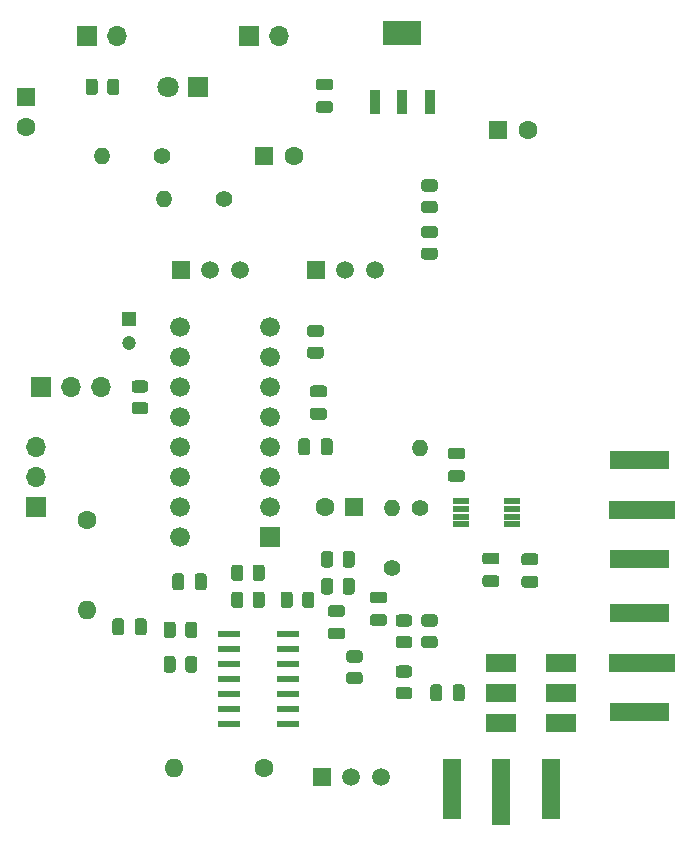
<source format=gbr>
%TF.GenerationSoftware,KiCad,Pcbnew,(5.1.8)-1*%
%TF.CreationDate,2021-04-12T08:25:30-07:00*%
%TF.ProjectId,coffee-spring21,636f6666-6565-42d7-9370-72696e673231,rev?*%
%TF.SameCoordinates,Original*%
%TF.FileFunction,Soldermask,Top*%
%TF.FilePolarity,Negative*%
%FSLAX46Y46*%
G04 Gerber Fmt 4.6, Leading zero omitted, Abs format (unit mm)*
G04 Created by KiCad (PCBNEW (5.1.8)-1) date 2021-04-12 08:25:30*
%MOMM*%
%LPD*%
G01*
G04 APERTURE LIST*
%ADD10R,1.700000X1.700000*%
%ADD11O,1.700000X1.700000*%
%ADD12R,1.600000X1.600000*%
%ADD13C,1.600000*%
%ADD14R,1.200000X1.200000*%
%ADD15C,1.200000*%
%ADD16R,1.800000X1.800000*%
%ADD17C,1.800000*%
%ADD18C,1.676400*%
%ADD19R,1.676400X1.676400*%
%ADD20C,1.508000*%
%ADD21R,1.508000X1.508000*%
%ADD22R,3.250000X2.150000*%
%ADD23R,0.950000X2.150000*%
%ADD24R,1.420000X0.470000*%
%ADD25R,1.981200X0.533400*%
%ADD26R,2.500000X1.600000*%
%ADD27R,5.600000X1.500000*%
%ADD28R,1.600000X2.500000*%
%ADD29R,1.500000X5.600000*%
%ADD30R,2.540000X1.650000*%
%ADD31C,1.400000*%
%ADD32O,1.400000X1.400000*%
%ADD33O,1.600000X1.600000*%
G04 APERTURE END LIST*
%TO.C,C12*%
G36*
G01*
X165956000Y-102862000D02*
X165006000Y-102862000D01*
G75*
G02*
X164756000Y-102612000I0J250000D01*
G01*
X164756000Y-102112000D01*
G75*
G02*
X165006000Y-101862000I250000J0D01*
G01*
X165956000Y-101862000D01*
G75*
G02*
X166206000Y-102112000I0J-250000D01*
G01*
X166206000Y-102612000D01*
G75*
G02*
X165956000Y-102862000I-250000J0D01*
G01*
G37*
G36*
G01*
X165956000Y-100962000D02*
X165006000Y-100962000D01*
G75*
G02*
X164756000Y-100712000I0J250000D01*
G01*
X164756000Y-100212000D01*
G75*
G02*
X165006000Y-99962000I250000J0D01*
G01*
X165956000Y-99962000D01*
G75*
G02*
X166206000Y-100212000I0J-250000D01*
G01*
X166206000Y-100712000D01*
G75*
G02*
X165956000Y-100962000I-250000J0D01*
G01*
G37*
%TD*%
%TO.C,R1*%
G36*
G01*
X127861000Y-60902001D02*
X127861000Y-60001999D01*
G75*
G02*
X128110999Y-59752000I249999J0D01*
G01*
X128636001Y-59752000D01*
G75*
G02*
X128886000Y-60001999I0J-249999D01*
G01*
X128886000Y-60902001D01*
G75*
G02*
X128636001Y-61152000I-249999J0D01*
G01*
X128110999Y-61152000D01*
G75*
G02*
X127861000Y-60902001I0J249999D01*
G01*
G37*
G36*
G01*
X129686000Y-60902001D02*
X129686000Y-60001999D01*
G75*
G02*
X129935999Y-59752000I249999J0D01*
G01*
X130461001Y-59752000D01*
G75*
G02*
X130711000Y-60001999I0J-249999D01*
G01*
X130711000Y-60902001D01*
G75*
G02*
X130461001Y-61152000I-249999J0D01*
G01*
X129935999Y-61152000D01*
G75*
G02*
X129686000Y-60902001I0J249999D01*
G01*
G37*
%TD*%
D10*
%TO.C,BT1*%
X128016000Y-56134000D03*
D11*
X130556000Y-56134000D03*
%TD*%
%TO.C,BT2*%
X144272000Y-56134000D03*
D10*
X141732000Y-56134000D03*
%TD*%
%TO.C,C9*%
G36*
G01*
X147099000Y-87638000D02*
X148049000Y-87638000D01*
G75*
G02*
X148299000Y-87888000I0J-250000D01*
G01*
X148299000Y-88388000D01*
G75*
G02*
X148049000Y-88638000I-250000J0D01*
G01*
X147099000Y-88638000D01*
G75*
G02*
X146849000Y-88388000I0J250000D01*
G01*
X146849000Y-87888000D01*
G75*
G02*
X147099000Y-87638000I250000J0D01*
G01*
G37*
G36*
G01*
X147099000Y-85738000D02*
X148049000Y-85738000D01*
G75*
G02*
X148299000Y-85988000I0J-250000D01*
G01*
X148299000Y-86488000D01*
G75*
G02*
X148049000Y-86738000I-250000J0D01*
G01*
X147099000Y-86738000D01*
G75*
G02*
X146849000Y-86488000I0J250000D01*
G01*
X146849000Y-85988000D01*
G75*
G02*
X147099000Y-85738000I250000J0D01*
G01*
G37*
%TD*%
D12*
%TO.C,C5*%
X143002000Y-66294000D03*
D13*
X145502000Y-66294000D03*
%TD*%
%TO.C,C7*%
X148122000Y-96012000D03*
D12*
X150622000Y-96012000D03*
%TD*%
D14*
%TO.C,C13*%
X131572000Y-80137000D03*
D15*
X131572000Y-82137000D03*
%TD*%
D16*
%TO.C,D1*%
X137414000Y-60452000D03*
D17*
X134874000Y-60452000D03*
%TD*%
D12*
%TO.C,C8*%
X122809000Y-61341000D03*
D13*
X122809000Y-63841000D03*
%TD*%
D18*
%TO.C,G1*%
X135890000Y-98552000D03*
X135890000Y-96012000D03*
X135890000Y-93472000D03*
X135890000Y-90932000D03*
X135890000Y-88392000D03*
X135890000Y-85852000D03*
X135890000Y-83312000D03*
X135890000Y-80772000D03*
X143510000Y-80772000D03*
X143510000Y-83312000D03*
X143510000Y-85852000D03*
X143510000Y-88392000D03*
X143510000Y-90932000D03*
X143510000Y-93472000D03*
X143510000Y-96012000D03*
D19*
X143510000Y-98552000D03*
%TD*%
D20*
%TO.C,RV2*%
X140930000Y-75946000D03*
X138430000Y-75946000D03*
D21*
X135930000Y-75946000D03*
%TD*%
%TO.C,RV3*%
X147360000Y-75946000D03*
D20*
X149860000Y-75946000D03*
X152360000Y-75946000D03*
%TD*%
D22*
%TO.C,VR1*%
X154686000Y-55901000D03*
D23*
X156986000Y-61701000D03*
X154686000Y-61701000D03*
X152386000Y-61701000D03*
%TD*%
%TO.C,C11*%
G36*
G01*
X162654000Y-100896000D02*
X161704000Y-100896000D01*
G75*
G02*
X161454000Y-100646000I0J250000D01*
G01*
X161454000Y-100146000D01*
G75*
G02*
X161704000Y-99896000I250000J0D01*
G01*
X162654000Y-99896000D01*
G75*
G02*
X162904000Y-100146000I0J-250000D01*
G01*
X162904000Y-100646000D01*
G75*
G02*
X162654000Y-100896000I-250000J0D01*
G01*
G37*
G36*
G01*
X162654000Y-102796000D02*
X161704000Y-102796000D01*
G75*
G02*
X161454000Y-102546000I0J250000D01*
G01*
X161454000Y-102046000D01*
G75*
G02*
X161704000Y-101796000I250000J0D01*
G01*
X162654000Y-101796000D01*
G75*
G02*
X162904000Y-102046000I0J-250000D01*
G01*
X162904000Y-102546000D01*
G75*
G02*
X162654000Y-102796000I-250000J0D01*
G01*
G37*
%TD*%
D24*
%TO.C,U1*%
X159633000Y-95545000D03*
X159633000Y-96195000D03*
X159633000Y-96845000D03*
X159633000Y-97495000D03*
X163963000Y-97495000D03*
X163963000Y-96845000D03*
X163963000Y-96195000D03*
X163963000Y-95545000D03*
%TD*%
%TO.C,C2*%
G36*
G01*
X147607000Y-59764000D02*
X148557000Y-59764000D01*
G75*
G02*
X148807000Y-60014000I0J-250000D01*
G01*
X148807000Y-60514000D01*
G75*
G02*
X148557000Y-60764000I-250000J0D01*
G01*
X147607000Y-60764000D01*
G75*
G02*
X147357000Y-60514000I0J250000D01*
G01*
X147357000Y-60014000D01*
G75*
G02*
X147607000Y-59764000I250000J0D01*
G01*
G37*
G36*
G01*
X147607000Y-61664000D02*
X148557000Y-61664000D01*
G75*
G02*
X148807000Y-61914000I0J-250000D01*
G01*
X148807000Y-62414000D01*
G75*
G02*
X148557000Y-62664000I-250000J0D01*
G01*
X147607000Y-62664000D01*
G75*
G02*
X147357000Y-62414000I0J250000D01*
G01*
X147357000Y-61914000D01*
G75*
G02*
X147607000Y-61664000I250000J0D01*
G01*
G37*
%TD*%
D13*
%TO.C,C3*%
X165314000Y-64135000D03*
D12*
X162814000Y-64135000D03*
%TD*%
%TO.C,C6*%
G36*
G01*
X159733000Y-93906000D02*
X158783000Y-93906000D01*
G75*
G02*
X158533000Y-93656000I0J250000D01*
G01*
X158533000Y-93156000D01*
G75*
G02*
X158783000Y-92906000I250000J0D01*
G01*
X159733000Y-92906000D01*
G75*
G02*
X159983000Y-93156000I0J-250000D01*
G01*
X159983000Y-93656000D01*
G75*
G02*
X159733000Y-93906000I-250000J0D01*
G01*
G37*
G36*
G01*
X159733000Y-92006000D02*
X158783000Y-92006000D01*
G75*
G02*
X158533000Y-91756000I0J250000D01*
G01*
X158533000Y-91256000D01*
G75*
G02*
X158783000Y-91006000I250000J0D01*
G01*
X159733000Y-91006000D01*
G75*
G02*
X159983000Y-91256000I0J-250000D01*
G01*
X159983000Y-91756000D01*
G75*
G02*
X159733000Y-92006000I-250000J0D01*
G01*
G37*
%TD*%
%TO.C,C10*%
G36*
G01*
X146870000Y-90457000D02*
X146870000Y-91407000D01*
G75*
G02*
X146620000Y-91657000I-250000J0D01*
G01*
X146120000Y-91657000D01*
G75*
G02*
X145870000Y-91407000I0J250000D01*
G01*
X145870000Y-90457000D01*
G75*
G02*
X146120000Y-90207000I250000J0D01*
G01*
X146620000Y-90207000D01*
G75*
G02*
X146870000Y-90457000I0J-250000D01*
G01*
G37*
G36*
G01*
X148770000Y-90457000D02*
X148770000Y-91407000D01*
G75*
G02*
X148520000Y-91657000I-250000J0D01*
G01*
X148020000Y-91657000D01*
G75*
G02*
X147770000Y-91407000I0J250000D01*
G01*
X147770000Y-90457000D01*
G75*
G02*
X148020000Y-90207000I250000J0D01*
G01*
X148520000Y-90207000D01*
G75*
G02*
X148770000Y-90457000I0J-250000D01*
G01*
G37*
%TD*%
%TO.C,R5*%
G36*
G01*
X157422001Y-69323000D02*
X156521999Y-69323000D01*
G75*
G02*
X156272000Y-69073001I0J249999D01*
G01*
X156272000Y-68547999D01*
G75*
G02*
X156521999Y-68298000I249999J0D01*
G01*
X157422001Y-68298000D01*
G75*
G02*
X157672000Y-68547999I0J-249999D01*
G01*
X157672000Y-69073001D01*
G75*
G02*
X157422001Y-69323000I-249999J0D01*
G01*
G37*
G36*
G01*
X157422001Y-71148000D02*
X156521999Y-71148000D01*
G75*
G02*
X156272000Y-70898001I0J249999D01*
G01*
X156272000Y-70372999D01*
G75*
G02*
X156521999Y-70123000I249999J0D01*
G01*
X157422001Y-70123000D01*
G75*
G02*
X157672000Y-70372999I0J-249999D01*
G01*
X157672000Y-70898001D01*
G75*
G02*
X157422001Y-71148000I-249999J0D01*
G01*
G37*
%TD*%
%TO.C,R6*%
G36*
G01*
X157422001Y-73260000D02*
X156521999Y-73260000D01*
G75*
G02*
X156272000Y-73010001I0J249999D01*
G01*
X156272000Y-72484999D01*
G75*
G02*
X156521999Y-72235000I249999J0D01*
G01*
X157422001Y-72235000D01*
G75*
G02*
X157672000Y-72484999I0J-249999D01*
G01*
X157672000Y-73010001D01*
G75*
G02*
X157422001Y-73260000I-249999J0D01*
G01*
G37*
G36*
G01*
X157422001Y-75085000D02*
X156521999Y-75085000D01*
G75*
G02*
X156272000Y-74835001I0J249999D01*
G01*
X156272000Y-74309999D01*
G75*
G02*
X156521999Y-74060000I249999J0D01*
G01*
X157422001Y-74060000D01*
G75*
G02*
X157672000Y-74309999I0J-249999D01*
G01*
X157672000Y-74835001D01*
G75*
G02*
X157422001Y-75085000I-249999J0D01*
G01*
G37*
%TD*%
%TO.C,R14*%
G36*
G01*
X147770001Y-83467000D02*
X146869999Y-83467000D01*
G75*
G02*
X146620000Y-83217001I0J249999D01*
G01*
X146620000Y-82691999D01*
G75*
G02*
X146869999Y-82442000I249999J0D01*
G01*
X147770001Y-82442000D01*
G75*
G02*
X148020000Y-82691999I0J-249999D01*
G01*
X148020000Y-83217001D01*
G75*
G02*
X147770001Y-83467000I-249999J0D01*
G01*
G37*
G36*
G01*
X147770001Y-81642000D02*
X146869999Y-81642000D01*
G75*
G02*
X146620000Y-81392001I0J249999D01*
G01*
X146620000Y-80866999D01*
G75*
G02*
X146869999Y-80617000I249999J0D01*
G01*
X147770001Y-80617000D01*
G75*
G02*
X148020000Y-80866999I0J-249999D01*
G01*
X148020000Y-81392001D01*
G75*
G02*
X147770001Y-81642000I-249999J0D01*
G01*
G37*
%TD*%
D10*
%TO.C,SW1*%
X124079000Y-85852000D03*
D11*
X126619000Y-85852000D03*
X129159000Y-85852000D03*
%TD*%
D25*
%TO.C,U2*%
X140030200Y-114427000D03*
X140030200Y-113157000D03*
X140030200Y-111887000D03*
X140030200Y-110617000D03*
X140030200Y-109347000D03*
X140030200Y-108077000D03*
X140030200Y-106807000D03*
X144957800Y-106807000D03*
X144957800Y-108077000D03*
X144957800Y-109347000D03*
X144957800Y-110617000D03*
X144957800Y-111887000D03*
X144957800Y-113157000D03*
X144957800Y-114427000D03*
%TD*%
D26*
%TO.C,U5*%
X173506000Y-92066000D03*
D27*
X175006000Y-96266000D03*
D26*
X176006000Y-92066000D03*
X173506000Y-100466000D03*
X176006000Y-100466000D03*
%TD*%
D28*
%TO.C,U6*%
X158868000Y-121142000D03*
X158868000Y-118642000D03*
X167268000Y-121142000D03*
D29*
X163068000Y-120142000D03*
D28*
X167268000Y-118642000D03*
%TD*%
D30*
%TO.C,U9*%
X163068000Y-109223000D03*
X163068000Y-111763000D03*
X163068000Y-114303000D03*
X168148000Y-109223000D03*
X168148000Y-111763000D03*
X168148000Y-114303000D03*
%TD*%
D26*
%TO.C,U11*%
X173506000Y-105020000D03*
D27*
X175006000Y-109220000D03*
D26*
X176006000Y-105020000D03*
X173506000Y-113420000D03*
X176006000Y-113420000D03*
%TD*%
%TO.C,C4*%
G36*
G01*
X158946000Y-112235000D02*
X158946000Y-111285000D01*
G75*
G02*
X159196000Y-111035000I250000J0D01*
G01*
X159696000Y-111035000D01*
G75*
G02*
X159946000Y-111285000I0J-250000D01*
G01*
X159946000Y-112235000D01*
G75*
G02*
X159696000Y-112485000I-250000J0D01*
G01*
X159196000Y-112485000D01*
G75*
G02*
X158946000Y-112235000I0J250000D01*
G01*
G37*
G36*
G01*
X157046000Y-112235000D02*
X157046000Y-111285000D01*
G75*
G02*
X157296000Y-111035000I250000J0D01*
G01*
X157796000Y-111035000D01*
G75*
G02*
X158046000Y-111285000I0J-250000D01*
G01*
X158046000Y-112235000D01*
G75*
G02*
X157796000Y-112485000I-250000J0D01*
G01*
X157296000Y-112485000D01*
G75*
G02*
X157046000Y-112235000I0J250000D01*
G01*
G37*
%TD*%
%TO.C,C14*%
G36*
G01*
X149573000Y-105341000D02*
X148623000Y-105341000D01*
G75*
G02*
X148373000Y-105091000I0J250000D01*
G01*
X148373000Y-104591000D01*
G75*
G02*
X148623000Y-104341000I250000J0D01*
G01*
X149573000Y-104341000D01*
G75*
G02*
X149823000Y-104591000I0J-250000D01*
G01*
X149823000Y-105091000D01*
G75*
G02*
X149573000Y-105341000I-250000J0D01*
G01*
G37*
G36*
G01*
X149573000Y-107241000D02*
X148623000Y-107241000D01*
G75*
G02*
X148373000Y-106991000I0J250000D01*
G01*
X148373000Y-106491000D01*
G75*
G02*
X148623000Y-106241000I250000J0D01*
G01*
X149573000Y-106241000D01*
G75*
G02*
X149823000Y-106491000I0J-250000D01*
G01*
X149823000Y-106991000D01*
G75*
G02*
X149573000Y-107241000I-250000J0D01*
G01*
G37*
%TD*%
%TO.C,C15*%
G36*
G01*
X152179000Y-103198000D02*
X153129000Y-103198000D01*
G75*
G02*
X153379000Y-103448000I0J-250000D01*
G01*
X153379000Y-103948000D01*
G75*
G02*
X153129000Y-104198000I-250000J0D01*
G01*
X152179000Y-104198000D01*
G75*
G02*
X151929000Y-103948000I0J250000D01*
G01*
X151929000Y-103448000D01*
G75*
G02*
X152179000Y-103198000I250000J0D01*
G01*
G37*
G36*
G01*
X152179000Y-105098000D02*
X153129000Y-105098000D01*
G75*
G02*
X153379000Y-105348000I0J-250000D01*
G01*
X153379000Y-105848000D01*
G75*
G02*
X153129000Y-106098000I-250000J0D01*
G01*
X152179000Y-106098000D01*
G75*
G02*
X151929000Y-105848000I0J250000D01*
G01*
X151929000Y-105348000D01*
G75*
G02*
X152179000Y-105098000I250000J0D01*
G01*
G37*
%TD*%
%TO.C,C16*%
G36*
G01*
X130122000Y-106647000D02*
X130122000Y-105697000D01*
G75*
G02*
X130372000Y-105447000I250000J0D01*
G01*
X130872000Y-105447000D01*
G75*
G02*
X131122000Y-105697000I0J-250000D01*
G01*
X131122000Y-106647000D01*
G75*
G02*
X130872000Y-106897000I-250000J0D01*
G01*
X130372000Y-106897000D01*
G75*
G02*
X130122000Y-106647000I0J250000D01*
G01*
G37*
G36*
G01*
X132022000Y-106647000D02*
X132022000Y-105697000D01*
G75*
G02*
X132272000Y-105447000I250000J0D01*
G01*
X132772000Y-105447000D01*
G75*
G02*
X133022000Y-105697000I0J-250000D01*
G01*
X133022000Y-106647000D01*
G75*
G02*
X132772000Y-106897000I-250000J0D01*
G01*
X132272000Y-106897000D01*
G75*
G02*
X132022000Y-106647000I0J250000D01*
G01*
G37*
%TD*%
%TO.C,C17*%
G36*
G01*
X135202000Y-102837000D02*
X135202000Y-101887000D01*
G75*
G02*
X135452000Y-101637000I250000J0D01*
G01*
X135952000Y-101637000D01*
G75*
G02*
X136202000Y-101887000I0J-250000D01*
G01*
X136202000Y-102837000D01*
G75*
G02*
X135952000Y-103087000I-250000J0D01*
G01*
X135452000Y-103087000D01*
G75*
G02*
X135202000Y-102837000I0J250000D01*
G01*
G37*
G36*
G01*
X137102000Y-102837000D02*
X137102000Y-101887000D01*
G75*
G02*
X137352000Y-101637000I250000J0D01*
G01*
X137852000Y-101637000D01*
G75*
G02*
X138102000Y-101887000I0J-250000D01*
G01*
X138102000Y-102837000D01*
G75*
G02*
X137852000Y-103087000I-250000J0D01*
G01*
X137352000Y-103087000D01*
G75*
G02*
X137102000Y-102837000I0J250000D01*
G01*
G37*
%TD*%
D31*
%TO.C,R7*%
X134366000Y-66294000D03*
D32*
X129286000Y-66294000D03*
%TD*%
%TO.C,R9*%
X134493000Y-69977000D03*
D31*
X139573000Y-69977000D03*
%TD*%
D32*
%TO.C,R10*%
X156210000Y-91059000D03*
D31*
X156210000Y-96139000D03*
%TD*%
%TO.C,R11*%
X153797000Y-101219000D03*
D32*
X153797000Y-96139000D03*
%TD*%
%TO.C,R16*%
G36*
G01*
X132911001Y-86341000D02*
X132010999Y-86341000D01*
G75*
G02*
X131761000Y-86091001I0J249999D01*
G01*
X131761000Y-85565999D01*
G75*
G02*
X132010999Y-85316000I249999J0D01*
G01*
X132911001Y-85316000D01*
G75*
G02*
X133161000Y-85565999I0J-249999D01*
G01*
X133161000Y-86091001D01*
G75*
G02*
X132911001Y-86341000I-249999J0D01*
G01*
G37*
G36*
G01*
X132911001Y-88166000D02*
X132010999Y-88166000D01*
G75*
G02*
X131761000Y-87916001I0J249999D01*
G01*
X131761000Y-87390999D01*
G75*
G02*
X132010999Y-87141000I249999J0D01*
G01*
X132911001Y-87141000D01*
G75*
G02*
X133161000Y-87390999I0J-249999D01*
G01*
X133161000Y-87916001D01*
G75*
G02*
X132911001Y-88166000I-249999J0D01*
G01*
G37*
%TD*%
%TO.C,R17*%
G36*
G01*
X154362999Y-111271000D02*
X155263001Y-111271000D01*
G75*
G02*
X155513000Y-111520999I0J-249999D01*
G01*
X155513000Y-112046001D01*
G75*
G02*
X155263001Y-112296000I-249999J0D01*
G01*
X154362999Y-112296000D01*
G75*
G02*
X154113000Y-112046001I0J249999D01*
G01*
X154113000Y-111520999D01*
G75*
G02*
X154362999Y-111271000I249999J0D01*
G01*
G37*
G36*
G01*
X154362999Y-109446000D02*
X155263001Y-109446000D01*
G75*
G02*
X155513000Y-109695999I0J-249999D01*
G01*
X155513000Y-110221001D01*
G75*
G02*
X155263001Y-110471000I-249999J0D01*
G01*
X154362999Y-110471000D01*
G75*
G02*
X154113000Y-110221001I0J249999D01*
G01*
X154113000Y-109695999D01*
G75*
G02*
X154362999Y-109446000I249999J0D01*
G01*
G37*
%TD*%
%TO.C,R19*%
G36*
G01*
X151072001Y-111026000D02*
X150171999Y-111026000D01*
G75*
G02*
X149922000Y-110776001I0J249999D01*
G01*
X149922000Y-110250999D01*
G75*
G02*
X150171999Y-110001000I249999J0D01*
G01*
X151072001Y-110001000D01*
G75*
G02*
X151322000Y-110250999I0J-249999D01*
G01*
X151322000Y-110776001D01*
G75*
G02*
X151072001Y-111026000I-249999J0D01*
G01*
G37*
G36*
G01*
X151072001Y-109201000D02*
X150171999Y-109201000D01*
G75*
G02*
X149922000Y-108951001I0J249999D01*
G01*
X149922000Y-108425999D01*
G75*
G02*
X150171999Y-108176000I249999J0D01*
G01*
X151072001Y-108176000D01*
G75*
G02*
X151322000Y-108425999I0J-249999D01*
G01*
X151322000Y-108951001D01*
G75*
G02*
X151072001Y-109201000I-249999J0D01*
G01*
G37*
%TD*%
%TO.C,R20*%
G36*
G01*
X157422001Y-106153000D02*
X156521999Y-106153000D01*
G75*
G02*
X156272000Y-105903001I0J249999D01*
G01*
X156272000Y-105377999D01*
G75*
G02*
X156521999Y-105128000I249999J0D01*
G01*
X157422001Y-105128000D01*
G75*
G02*
X157672000Y-105377999I0J-249999D01*
G01*
X157672000Y-105903001D01*
G75*
G02*
X157422001Y-106153000I-249999J0D01*
G01*
G37*
G36*
G01*
X157422001Y-107978000D02*
X156521999Y-107978000D01*
G75*
G02*
X156272000Y-107728001I0J249999D01*
G01*
X156272000Y-107202999D01*
G75*
G02*
X156521999Y-106953000I249999J0D01*
G01*
X157422001Y-106953000D01*
G75*
G02*
X157672000Y-107202999I0J-249999D01*
G01*
X157672000Y-107728001D01*
G75*
G02*
X157422001Y-107978000I-249999J0D01*
G01*
G37*
%TD*%
%TO.C,R21*%
G36*
G01*
X155263001Y-106153000D02*
X154362999Y-106153000D01*
G75*
G02*
X154113000Y-105903001I0J249999D01*
G01*
X154113000Y-105377999D01*
G75*
G02*
X154362999Y-105128000I249999J0D01*
G01*
X155263001Y-105128000D01*
G75*
G02*
X155513000Y-105377999I0J-249999D01*
G01*
X155513000Y-105903001D01*
G75*
G02*
X155263001Y-106153000I-249999J0D01*
G01*
G37*
G36*
G01*
X155263001Y-107978000D02*
X154362999Y-107978000D01*
G75*
G02*
X154113000Y-107728001I0J249999D01*
G01*
X154113000Y-107202999D01*
G75*
G02*
X154362999Y-106953000I249999J0D01*
G01*
X155263001Y-106953000D01*
G75*
G02*
X155513000Y-107202999I0J-249999D01*
G01*
X155513000Y-107728001D01*
G75*
G02*
X155263001Y-107978000I-249999J0D01*
G01*
G37*
%TD*%
%TO.C,R22*%
G36*
G01*
X144371000Y-104336001D02*
X144371000Y-103435999D01*
G75*
G02*
X144620999Y-103186000I249999J0D01*
G01*
X145146001Y-103186000D01*
G75*
G02*
X145396000Y-103435999I0J-249999D01*
G01*
X145396000Y-104336001D01*
G75*
G02*
X145146001Y-104586000I-249999J0D01*
G01*
X144620999Y-104586000D01*
G75*
G02*
X144371000Y-104336001I0J249999D01*
G01*
G37*
G36*
G01*
X146196000Y-104336001D02*
X146196000Y-103435999D01*
G75*
G02*
X146445999Y-103186000I249999J0D01*
G01*
X146971001Y-103186000D01*
G75*
G02*
X147221000Y-103435999I0J-249999D01*
G01*
X147221000Y-104336001D01*
G75*
G02*
X146971001Y-104586000I-249999J0D01*
G01*
X146445999Y-104586000D01*
G75*
G02*
X146196000Y-104336001I0J249999D01*
G01*
G37*
%TD*%
%TO.C,R23*%
G36*
G01*
X148825000Y-102292999D02*
X148825000Y-103193001D01*
G75*
G02*
X148575001Y-103443000I-249999J0D01*
G01*
X148049999Y-103443000D01*
G75*
G02*
X147800000Y-103193001I0J249999D01*
G01*
X147800000Y-102292999D01*
G75*
G02*
X148049999Y-102043000I249999J0D01*
G01*
X148575001Y-102043000D01*
G75*
G02*
X148825000Y-102292999I0J-249999D01*
G01*
G37*
G36*
G01*
X150650000Y-102292999D02*
X150650000Y-103193001D01*
G75*
G02*
X150400001Y-103443000I-249999J0D01*
G01*
X149874999Y-103443000D01*
G75*
G02*
X149625000Y-103193001I0J249999D01*
G01*
X149625000Y-102292999D01*
G75*
G02*
X149874999Y-102043000I249999J0D01*
G01*
X150400001Y-102043000D01*
G75*
G02*
X150650000Y-102292999I0J-249999D01*
G01*
G37*
%TD*%
%TO.C,R24*%
G36*
G01*
X147800000Y-100907001D02*
X147800000Y-100006999D01*
G75*
G02*
X148049999Y-99757000I249999J0D01*
G01*
X148575001Y-99757000D01*
G75*
G02*
X148825000Y-100006999I0J-249999D01*
G01*
X148825000Y-100907001D01*
G75*
G02*
X148575001Y-101157000I-249999J0D01*
G01*
X148049999Y-101157000D01*
G75*
G02*
X147800000Y-100907001I0J249999D01*
G01*
G37*
G36*
G01*
X149625000Y-100907001D02*
X149625000Y-100006999D01*
G75*
G02*
X149874999Y-99757000I249999J0D01*
G01*
X150400001Y-99757000D01*
G75*
G02*
X150650000Y-100006999I0J-249999D01*
G01*
X150650000Y-100907001D01*
G75*
G02*
X150400001Y-101157000I-249999J0D01*
G01*
X149874999Y-101157000D01*
G75*
G02*
X149625000Y-100907001I0J249999D01*
G01*
G37*
%TD*%
%TO.C,R25*%
G36*
G01*
X140180000Y-104336001D02*
X140180000Y-103435999D01*
G75*
G02*
X140429999Y-103186000I249999J0D01*
G01*
X140955001Y-103186000D01*
G75*
G02*
X141205000Y-103435999I0J-249999D01*
G01*
X141205000Y-104336001D01*
G75*
G02*
X140955001Y-104586000I-249999J0D01*
G01*
X140429999Y-104586000D01*
G75*
G02*
X140180000Y-104336001I0J249999D01*
G01*
G37*
G36*
G01*
X142005000Y-104336001D02*
X142005000Y-103435999D01*
G75*
G02*
X142254999Y-103186000I249999J0D01*
G01*
X142780001Y-103186000D01*
G75*
G02*
X143030000Y-103435999I0J-249999D01*
G01*
X143030000Y-104336001D01*
G75*
G02*
X142780001Y-104586000I-249999J0D01*
G01*
X142254999Y-104586000D01*
G75*
G02*
X142005000Y-104336001I0J249999D01*
G01*
G37*
%TD*%
%TO.C,R26*%
G36*
G01*
X142005000Y-102050001D02*
X142005000Y-101149999D01*
G75*
G02*
X142254999Y-100900000I249999J0D01*
G01*
X142780001Y-100900000D01*
G75*
G02*
X143030000Y-101149999I0J-249999D01*
G01*
X143030000Y-102050001D01*
G75*
G02*
X142780001Y-102300000I-249999J0D01*
G01*
X142254999Y-102300000D01*
G75*
G02*
X142005000Y-102050001I0J249999D01*
G01*
G37*
G36*
G01*
X140180000Y-102050001D02*
X140180000Y-101149999D01*
G75*
G02*
X140429999Y-100900000I249999J0D01*
G01*
X140955001Y-100900000D01*
G75*
G02*
X141205000Y-101149999I0J-249999D01*
G01*
X141205000Y-102050001D01*
G75*
G02*
X140955001Y-102300000I-249999J0D01*
G01*
X140429999Y-102300000D01*
G75*
G02*
X140180000Y-102050001I0J249999D01*
G01*
G37*
%TD*%
%TO.C,R27*%
G36*
G01*
X136290000Y-106876001D02*
X136290000Y-105975999D01*
G75*
G02*
X136539999Y-105726000I249999J0D01*
G01*
X137065001Y-105726000D01*
G75*
G02*
X137315000Y-105975999I0J-249999D01*
G01*
X137315000Y-106876001D01*
G75*
G02*
X137065001Y-107126000I-249999J0D01*
G01*
X136539999Y-107126000D01*
G75*
G02*
X136290000Y-106876001I0J249999D01*
G01*
G37*
G36*
G01*
X134465000Y-106876001D02*
X134465000Y-105975999D01*
G75*
G02*
X134714999Y-105726000I249999J0D01*
G01*
X135240001Y-105726000D01*
G75*
G02*
X135490000Y-105975999I0J-249999D01*
G01*
X135490000Y-106876001D01*
G75*
G02*
X135240001Y-107126000I-249999J0D01*
G01*
X134714999Y-107126000D01*
G75*
G02*
X134465000Y-106876001I0J249999D01*
G01*
G37*
%TD*%
%TO.C,R28*%
G36*
G01*
X134465000Y-109797001D02*
X134465000Y-108896999D01*
G75*
G02*
X134714999Y-108647000I249999J0D01*
G01*
X135240001Y-108647000D01*
G75*
G02*
X135490000Y-108896999I0J-249999D01*
G01*
X135490000Y-109797001D01*
G75*
G02*
X135240001Y-110047000I-249999J0D01*
G01*
X134714999Y-110047000D01*
G75*
G02*
X134465000Y-109797001I0J249999D01*
G01*
G37*
G36*
G01*
X136290000Y-109797001D02*
X136290000Y-108896999D01*
G75*
G02*
X136539999Y-108647000I249999J0D01*
G01*
X137065001Y-108647000D01*
G75*
G02*
X137315000Y-108896999I0J-249999D01*
G01*
X137315000Y-109797001D01*
G75*
G02*
X137065001Y-110047000I-249999J0D01*
G01*
X136539999Y-110047000D01*
G75*
G02*
X136290000Y-109797001I0J249999D01*
G01*
G37*
%TD*%
D13*
%TO.C,R29*%
X128016000Y-97155000D03*
D33*
X128016000Y-104775000D03*
%TD*%
D20*
%TO.C,RV1*%
X152868000Y-118872000D03*
X150368000Y-118872000D03*
D21*
X147868000Y-118872000D03*
%TD*%
D10*
%TO.C,J1*%
X123698000Y-96012000D03*
D11*
X123698000Y-93472000D03*
X123698000Y-90932000D03*
%TD*%
D13*
%TO.C,R18*%
X143002000Y-118110000D03*
D33*
X135382000Y-118110000D03*
%TD*%
M02*

</source>
